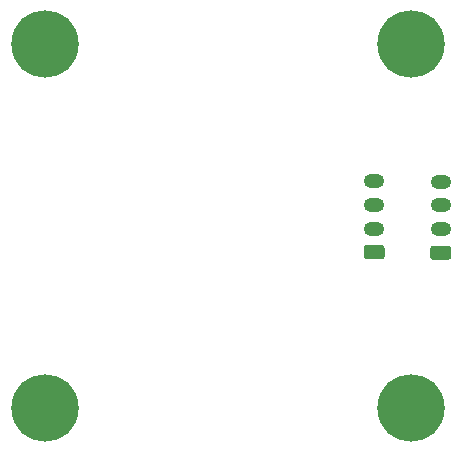
<source format=gbr>
G04 #@! TF.GenerationSoftware,KiCad,Pcbnew,(5.1.2)-2*
G04 #@! TF.CreationDate,2019-09-26T21:19:41+02:00*
G04 #@! TF.ProjectId,enkoder,656e6b6f-6465-4722-9e6b-696361645f70,rev?*
G04 #@! TF.SameCoordinates,Original*
G04 #@! TF.FileFunction,Copper,L2,Bot*
G04 #@! TF.FilePolarity,Positive*
%FSLAX46Y46*%
G04 Gerber Fmt 4.6, Leading zero omitted, Abs format (unit mm)*
G04 Created by KiCad (PCBNEW (5.1.2)-2) date 2019-09-26 21:19:41*
%MOMM*%
%LPD*%
G04 APERTURE LIST*
%ADD10C,5.700000*%
%ADD11C,0.100000*%
%ADD12C,1.200000*%
%ADD13O,1.750000X1.200000*%
G04 APERTURE END LIST*
D10*
X140250000Y-114250000D03*
X171250000Y-114250000D03*
X171250000Y-83500000D03*
X140250000Y-83500000D03*
D11*
G36*
X174428505Y-100540204D02*
G01*
X174452773Y-100543804D01*
X174476572Y-100549765D01*
X174499671Y-100558030D01*
X174521850Y-100568520D01*
X174542893Y-100581132D01*
X174562599Y-100595747D01*
X174580777Y-100612223D01*
X174597253Y-100630401D01*
X174611868Y-100650107D01*
X174624480Y-100671150D01*
X174634970Y-100693329D01*
X174643235Y-100716428D01*
X174649196Y-100740227D01*
X174652796Y-100764495D01*
X174654000Y-100788999D01*
X174654000Y-101489001D01*
X174652796Y-101513505D01*
X174649196Y-101537773D01*
X174643235Y-101561572D01*
X174634970Y-101584671D01*
X174624480Y-101606850D01*
X174611868Y-101627893D01*
X174597253Y-101647599D01*
X174580777Y-101665777D01*
X174562599Y-101682253D01*
X174542893Y-101696868D01*
X174521850Y-101709480D01*
X174499671Y-101719970D01*
X174476572Y-101728235D01*
X174452773Y-101734196D01*
X174428505Y-101737796D01*
X174404001Y-101739000D01*
X173153999Y-101739000D01*
X173129495Y-101737796D01*
X173105227Y-101734196D01*
X173081428Y-101728235D01*
X173058329Y-101719970D01*
X173036150Y-101709480D01*
X173015107Y-101696868D01*
X172995401Y-101682253D01*
X172977223Y-101665777D01*
X172960747Y-101647599D01*
X172946132Y-101627893D01*
X172933520Y-101606850D01*
X172923030Y-101584671D01*
X172914765Y-101561572D01*
X172908804Y-101537773D01*
X172905204Y-101513505D01*
X172904000Y-101489001D01*
X172904000Y-100788999D01*
X172905204Y-100764495D01*
X172908804Y-100740227D01*
X172914765Y-100716428D01*
X172923030Y-100693329D01*
X172933520Y-100671150D01*
X172946132Y-100650107D01*
X172960747Y-100630401D01*
X172977223Y-100612223D01*
X172995401Y-100595747D01*
X173015107Y-100581132D01*
X173036150Y-100568520D01*
X173058329Y-100558030D01*
X173081428Y-100549765D01*
X173105227Y-100543804D01*
X173129495Y-100540204D01*
X173153999Y-100539000D01*
X174404001Y-100539000D01*
X174428505Y-100540204D01*
X174428505Y-100540204D01*
G37*
D12*
X173779000Y-101139000D03*
D13*
X173779000Y-99139000D03*
X173779000Y-97139000D03*
X173779000Y-95139000D03*
D11*
G36*
X168797505Y-100493204D02*
G01*
X168821773Y-100496804D01*
X168845572Y-100502765D01*
X168868671Y-100511030D01*
X168890850Y-100521520D01*
X168911893Y-100534132D01*
X168931599Y-100548747D01*
X168949777Y-100565223D01*
X168966253Y-100583401D01*
X168980868Y-100603107D01*
X168993480Y-100624150D01*
X169003970Y-100646329D01*
X169012235Y-100669428D01*
X169018196Y-100693227D01*
X169021796Y-100717495D01*
X169023000Y-100741999D01*
X169023000Y-101442001D01*
X169021796Y-101466505D01*
X169018196Y-101490773D01*
X169012235Y-101514572D01*
X169003970Y-101537671D01*
X168993480Y-101559850D01*
X168980868Y-101580893D01*
X168966253Y-101600599D01*
X168949777Y-101618777D01*
X168931599Y-101635253D01*
X168911893Y-101649868D01*
X168890850Y-101662480D01*
X168868671Y-101672970D01*
X168845572Y-101681235D01*
X168821773Y-101687196D01*
X168797505Y-101690796D01*
X168773001Y-101692000D01*
X167522999Y-101692000D01*
X167498495Y-101690796D01*
X167474227Y-101687196D01*
X167450428Y-101681235D01*
X167427329Y-101672970D01*
X167405150Y-101662480D01*
X167384107Y-101649868D01*
X167364401Y-101635253D01*
X167346223Y-101618777D01*
X167329747Y-101600599D01*
X167315132Y-101580893D01*
X167302520Y-101559850D01*
X167292030Y-101537671D01*
X167283765Y-101514572D01*
X167277804Y-101490773D01*
X167274204Y-101466505D01*
X167273000Y-101442001D01*
X167273000Y-100741999D01*
X167274204Y-100717495D01*
X167277804Y-100693227D01*
X167283765Y-100669428D01*
X167292030Y-100646329D01*
X167302520Y-100624150D01*
X167315132Y-100603107D01*
X167329747Y-100583401D01*
X167346223Y-100565223D01*
X167364401Y-100548747D01*
X167384107Y-100534132D01*
X167405150Y-100521520D01*
X167427329Y-100511030D01*
X167450428Y-100502765D01*
X167474227Y-100496804D01*
X167498495Y-100493204D01*
X167522999Y-100492000D01*
X168773001Y-100492000D01*
X168797505Y-100493204D01*
X168797505Y-100493204D01*
G37*
D12*
X168148000Y-101092000D03*
D13*
X168148000Y-99092000D03*
X168148000Y-97092000D03*
X168148000Y-95092000D03*
M02*

</source>
